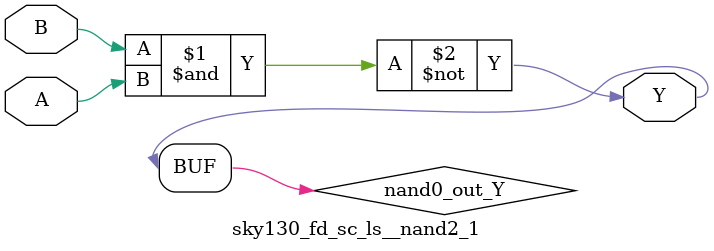
<source format=v>
/*
 * Copyright 2020 The SkyWater PDK Authors
 *
 * Licensed under the Apache License, Version 2.0 (the "License");
 * you may not use this file except in compliance with the License.
 * You may obtain a copy of the License at
 *
 *     https://www.apache.org/licenses/LICENSE-2.0
 *
 * Unless required by applicable law or agreed to in writing, software
 * distributed under the License is distributed on an "AS IS" BASIS,
 * WITHOUT WARRANTIES OR CONDITIONS OF ANY KIND, either express or implied.
 * See the License for the specific language governing permissions and
 * limitations under the License.
 *
 * SPDX-License-Identifier: Apache-2.0
*/


`ifndef SKY130_FD_SC_LS__NAND2_1_FUNCTIONAL_V
`define SKY130_FD_SC_LS__NAND2_1_FUNCTIONAL_V

/**
 * nand2: 2-input NAND.
 *
 * Verilog simulation functional model.
 */

`timescale 1ns / 1ps
`default_nettype none

`celldefine
module sky130_fd_sc_ls__nand2_1 (
    Y,
    A,
    B
);

    // Module ports
    output Y;
    input  A;
    input  B;

    // Local signals
    wire nand0_out_Y;

    //   Name   Output       Other arguments
    nand nand0 (nand0_out_Y, B, A           );
    buf  buf0  (Y          , nand0_out_Y    );

endmodule
`endcelldefine

`default_nettype wire
`endif  // SKY130_FD_SC_LS__NAND2_1_FUNCTIONAL_V

</source>
